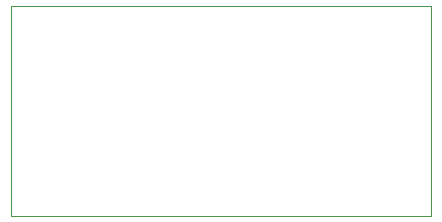
<source format=gbr>
%TF.GenerationSoftware,KiCad,Pcbnew,(6.0.0)*%
%TF.CreationDate,2022-01-12T23:40:10-08:00*%
%TF.ProjectId,lofive-unchained,6c6f6669-7665-42d7-956e-636861696e65,rev?*%
%TF.SameCoordinates,Original*%
%TF.FileFunction,Profile,NP*%
%FSLAX46Y46*%
G04 Gerber Fmt 4.6, Leading zero omitted, Abs format (unit mm)*
G04 Created by KiCad (PCBNEW (6.0.0)) date 2022-01-12 23:40:10*
%MOMM*%
%LPD*%
G01*
G04 APERTURE LIST*
%TA.AperFunction,Profile*%
%ADD10C,0.100000*%
%TD*%
G04 APERTURE END LIST*
D10*
X111760000Y-66040000D02*
X147320000Y-66040000D01*
X147320000Y-66040000D02*
X147320000Y-83820000D01*
X147320000Y-83820000D02*
X111760000Y-83820000D01*
X111760000Y-83820000D02*
X111760000Y-66040000D01*
M02*

</source>
